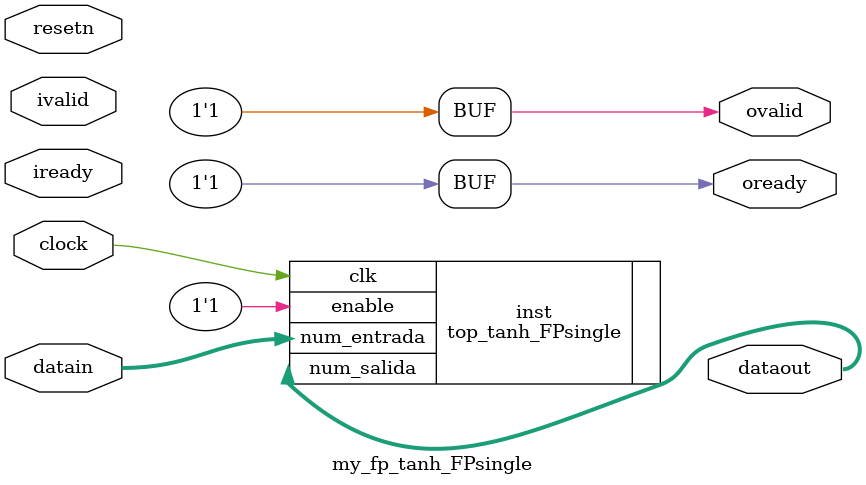
<source format=v>
`timescale 1 ps / 1 ps
module my_fp_tanh_FPsingle (

	input   clock,
	input   resetn,
	input   ivalid, 
	input   iready,
	output  ovalid, 
	output  oready,
	input   [31:0]  datain,
	output  [31:0]  dataout);
	
	
  assign ovalid = 1'b1;
  assign oready = 1'b1;
  // ivalid, iready, resetn are ignored
  

	top_tanh_FPsingle	inst(
				.clk(clock),
				.enable(1'b1),
				.num_entrada(datain),
				.num_salida(dataout));

endmodule

</source>
